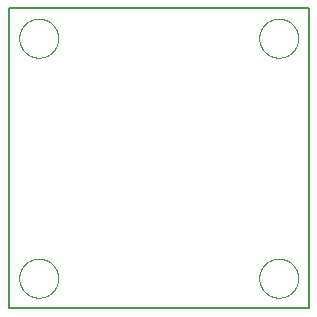
<source format=gko>
G75*
%MOIN*%
%OFA0B0*%
%FSLAX25Y25*%
%IPPOS*%
%LPD*%
%AMOC8*
5,1,8,0,0,1.08239X$1,22.5*
%
%ADD10C,0.00800*%
%ADD11C,0.00000*%
D10*
X0153333Y0045000D02*
X0153333Y0145000D01*
X0253333Y0145000D01*
X0253333Y0045000D01*
X0153333Y0045000D01*
D11*
X0156833Y0055000D02*
X0156835Y0055161D01*
X0156841Y0055321D01*
X0156851Y0055482D01*
X0156865Y0055642D01*
X0156883Y0055802D01*
X0156904Y0055961D01*
X0156930Y0056120D01*
X0156960Y0056278D01*
X0156993Y0056435D01*
X0157031Y0056592D01*
X0157072Y0056747D01*
X0157117Y0056901D01*
X0157166Y0057054D01*
X0157219Y0057206D01*
X0157275Y0057357D01*
X0157336Y0057506D01*
X0157399Y0057654D01*
X0157467Y0057800D01*
X0157538Y0057944D01*
X0157612Y0058086D01*
X0157690Y0058227D01*
X0157772Y0058365D01*
X0157857Y0058502D01*
X0157945Y0058636D01*
X0158037Y0058768D01*
X0158132Y0058898D01*
X0158230Y0059026D01*
X0158331Y0059151D01*
X0158435Y0059273D01*
X0158542Y0059393D01*
X0158652Y0059510D01*
X0158765Y0059625D01*
X0158881Y0059736D01*
X0159000Y0059845D01*
X0159121Y0059950D01*
X0159245Y0060053D01*
X0159371Y0060153D01*
X0159499Y0060249D01*
X0159630Y0060342D01*
X0159764Y0060432D01*
X0159899Y0060519D01*
X0160037Y0060602D01*
X0160176Y0060682D01*
X0160318Y0060758D01*
X0160461Y0060831D01*
X0160606Y0060900D01*
X0160753Y0060966D01*
X0160901Y0061028D01*
X0161051Y0061086D01*
X0161202Y0061141D01*
X0161355Y0061192D01*
X0161509Y0061239D01*
X0161664Y0061282D01*
X0161820Y0061321D01*
X0161976Y0061357D01*
X0162134Y0061388D01*
X0162292Y0061416D01*
X0162451Y0061440D01*
X0162611Y0061460D01*
X0162771Y0061476D01*
X0162931Y0061488D01*
X0163092Y0061496D01*
X0163253Y0061500D01*
X0163413Y0061500D01*
X0163574Y0061496D01*
X0163735Y0061488D01*
X0163895Y0061476D01*
X0164055Y0061460D01*
X0164215Y0061440D01*
X0164374Y0061416D01*
X0164532Y0061388D01*
X0164690Y0061357D01*
X0164846Y0061321D01*
X0165002Y0061282D01*
X0165157Y0061239D01*
X0165311Y0061192D01*
X0165464Y0061141D01*
X0165615Y0061086D01*
X0165765Y0061028D01*
X0165913Y0060966D01*
X0166060Y0060900D01*
X0166205Y0060831D01*
X0166348Y0060758D01*
X0166490Y0060682D01*
X0166629Y0060602D01*
X0166767Y0060519D01*
X0166902Y0060432D01*
X0167036Y0060342D01*
X0167167Y0060249D01*
X0167295Y0060153D01*
X0167421Y0060053D01*
X0167545Y0059950D01*
X0167666Y0059845D01*
X0167785Y0059736D01*
X0167901Y0059625D01*
X0168014Y0059510D01*
X0168124Y0059393D01*
X0168231Y0059273D01*
X0168335Y0059151D01*
X0168436Y0059026D01*
X0168534Y0058898D01*
X0168629Y0058768D01*
X0168721Y0058636D01*
X0168809Y0058502D01*
X0168894Y0058365D01*
X0168976Y0058227D01*
X0169054Y0058086D01*
X0169128Y0057944D01*
X0169199Y0057800D01*
X0169267Y0057654D01*
X0169330Y0057506D01*
X0169391Y0057357D01*
X0169447Y0057206D01*
X0169500Y0057054D01*
X0169549Y0056901D01*
X0169594Y0056747D01*
X0169635Y0056592D01*
X0169673Y0056435D01*
X0169706Y0056278D01*
X0169736Y0056120D01*
X0169762Y0055961D01*
X0169783Y0055802D01*
X0169801Y0055642D01*
X0169815Y0055482D01*
X0169825Y0055321D01*
X0169831Y0055161D01*
X0169833Y0055000D01*
X0169831Y0054839D01*
X0169825Y0054679D01*
X0169815Y0054518D01*
X0169801Y0054358D01*
X0169783Y0054198D01*
X0169762Y0054039D01*
X0169736Y0053880D01*
X0169706Y0053722D01*
X0169673Y0053565D01*
X0169635Y0053408D01*
X0169594Y0053253D01*
X0169549Y0053099D01*
X0169500Y0052946D01*
X0169447Y0052794D01*
X0169391Y0052643D01*
X0169330Y0052494D01*
X0169267Y0052346D01*
X0169199Y0052200D01*
X0169128Y0052056D01*
X0169054Y0051914D01*
X0168976Y0051773D01*
X0168894Y0051635D01*
X0168809Y0051498D01*
X0168721Y0051364D01*
X0168629Y0051232D01*
X0168534Y0051102D01*
X0168436Y0050974D01*
X0168335Y0050849D01*
X0168231Y0050727D01*
X0168124Y0050607D01*
X0168014Y0050490D01*
X0167901Y0050375D01*
X0167785Y0050264D01*
X0167666Y0050155D01*
X0167545Y0050050D01*
X0167421Y0049947D01*
X0167295Y0049847D01*
X0167167Y0049751D01*
X0167036Y0049658D01*
X0166902Y0049568D01*
X0166767Y0049481D01*
X0166629Y0049398D01*
X0166490Y0049318D01*
X0166348Y0049242D01*
X0166205Y0049169D01*
X0166060Y0049100D01*
X0165913Y0049034D01*
X0165765Y0048972D01*
X0165615Y0048914D01*
X0165464Y0048859D01*
X0165311Y0048808D01*
X0165157Y0048761D01*
X0165002Y0048718D01*
X0164846Y0048679D01*
X0164690Y0048643D01*
X0164532Y0048612D01*
X0164374Y0048584D01*
X0164215Y0048560D01*
X0164055Y0048540D01*
X0163895Y0048524D01*
X0163735Y0048512D01*
X0163574Y0048504D01*
X0163413Y0048500D01*
X0163253Y0048500D01*
X0163092Y0048504D01*
X0162931Y0048512D01*
X0162771Y0048524D01*
X0162611Y0048540D01*
X0162451Y0048560D01*
X0162292Y0048584D01*
X0162134Y0048612D01*
X0161976Y0048643D01*
X0161820Y0048679D01*
X0161664Y0048718D01*
X0161509Y0048761D01*
X0161355Y0048808D01*
X0161202Y0048859D01*
X0161051Y0048914D01*
X0160901Y0048972D01*
X0160753Y0049034D01*
X0160606Y0049100D01*
X0160461Y0049169D01*
X0160318Y0049242D01*
X0160176Y0049318D01*
X0160037Y0049398D01*
X0159899Y0049481D01*
X0159764Y0049568D01*
X0159630Y0049658D01*
X0159499Y0049751D01*
X0159371Y0049847D01*
X0159245Y0049947D01*
X0159121Y0050050D01*
X0159000Y0050155D01*
X0158881Y0050264D01*
X0158765Y0050375D01*
X0158652Y0050490D01*
X0158542Y0050607D01*
X0158435Y0050727D01*
X0158331Y0050849D01*
X0158230Y0050974D01*
X0158132Y0051102D01*
X0158037Y0051232D01*
X0157945Y0051364D01*
X0157857Y0051498D01*
X0157772Y0051635D01*
X0157690Y0051773D01*
X0157612Y0051914D01*
X0157538Y0052056D01*
X0157467Y0052200D01*
X0157399Y0052346D01*
X0157336Y0052494D01*
X0157275Y0052643D01*
X0157219Y0052794D01*
X0157166Y0052946D01*
X0157117Y0053099D01*
X0157072Y0053253D01*
X0157031Y0053408D01*
X0156993Y0053565D01*
X0156960Y0053722D01*
X0156930Y0053880D01*
X0156904Y0054039D01*
X0156883Y0054198D01*
X0156865Y0054358D01*
X0156851Y0054518D01*
X0156841Y0054679D01*
X0156835Y0054839D01*
X0156833Y0055000D01*
X0236833Y0055000D02*
X0236835Y0055161D01*
X0236841Y0055321D01*
X0236851Y0055482D01*
X0236865Y0055642D01*
X0236883Y0055802D01*
X0236904Y0055961D01*
X0236930Y0056120D01*
X0236960Y0056278D01*
X0236993Y0056435D01*
X0237031Y0056592D01*
X0237072Y0056747D01*
X0237117Y0056901D01*
X0237166Y0057054D01*
X0237219Y0057206D01*
X0237275Y0057357D01*
X0237336Y0057506D01*
X0237399Y0057654D01*
X0237467Y0057800D01*
X0237538Y0057944D01*
X0237612Y0058086D01*
X0237690Y0058227D01*
X0237772Y0058365D01*
X0237857Y0058502D01*
X0237945Y0058636D01*
X0238037Y0058768D01*
X0238132Y0058898D01*
X0238230Y0059026D01*
X0238331Y0059151D01*
X0238435Y0059273D01*
X0238542Y0059393D01*
X0238652Y0059510D01*
X0238765Y0059625D01*
X0238881Y0059736D01*
X0239000Y0059845D01*
X0239121Y0059950D01*
X0239245Y0060053D01*
X0239371Y0060153D01*
X0239499Y0060249D01*
X0239630Y0060342D01*
X0239764Y0060432D01*
X0239899Y0060519D01*
X0240037Y0060602D01*
X0240176Y0060682D01*
X0240318Y0060758D01*
X0240461Y0060831D01*
X0240606Y0060900D01*
X0240753Y0060966D01*
X0240901Y0061028D01*
X0241051Y0061086D01*
X0241202Y0061141D01*
X0241355Y0061192D01*
X0241509Y0061239D01*
X0241664Y0061282D01*
X0241820Y0061321D01*
X0241976Y0061357D01*
X0242134Y0061388D01*
X0242292Y0061416D01*
X0242451Y0061440D01*
X0242611Y0061460D01*
X0242771Y0061476D01*
X0242931Y0061488D01*
X0243092Y0061496D01*
X0243253Y0061500D01*
X0243413Y0061500D01*
X0243574Y0061496D01*
X0243735Y0061488D01*
X0243895Y0061476D01*
X0244055Y0061460D01*
X0244215Y0061440D01*
X0244374Y0061416D01*
X0244532Y0061388D01*
X0244690Y0061357D01*
X0244846Y0061321D01*
X0245002Y0061282D01*
X0245157Y0061239D01*
X0245311Y0061192D01*
X0245464Y0061141D01*
X0245615Y0061086D01*
X0245765Y0061028D01*
X0245913Y0060966D01*
X0246060Y0060900D01*
X0246205Y0060831D01*
X0246348Y0060758D01*
X0246490Y0060682D01*
X0246629Y0060602D01*
X0246767Y0060519D01*
X0246902Y0060432D01*
X0247036Y0060342D01*
X0247167Y0060249D01*
X0247295Y0060153D01*
X0247421Y0060053D01*
X0247545Y0059950D01*
X0247666Y0059845D01*
X0247785Y0059736D01*
X0247901Y0059625D01*
X0248014Y0059510D01*
X0248124Y0059393D01*
X0248231Y0059273D01*
X0248335Y0059151D01*
X0248436Y0059026D01*
X0248534Y0058898D01*
X0248629Y0058768D01*
X0248721Y0058636D01*
X0248809Y0058502D01*
X0248894Y0058365D01*
X0248976Y0058227D01*
X0249054Y0058086D01*
X0249128Y0057944D01*
X0249199Y0057800D01*
X0249267Y0057654D01*
X0249330Y0057506D01*
X0249391Y0057357D01*
X0249447Y0057206D01*
X0249500Y0057054D01*
X0249549Y0056901D01*
X0249594Y0056747D01*
X0249635Y0056592D01*
X0249673Y0056435D01*
X0249706Y0056278D01*
X0249736Y0056120D01*
X0249762Y0055961D01*
X0249783Y0055802D01*
X0249801Y0055642D01*
X0249815Y0055482D01*
X0249825Y0055321D01*
X0249831Y0055161D01*
X0249833Y0055000D01*
X0249831Y0054839D01*
X0249825Y0054679D01*
X0249815Y0054518D01*
X0249801Y0054358D01*
X0249783Y0054198D01*
X0249762Y0054039D01*
X0249736Y0053880D01*
X0249706Y0053722D01*
X0249673Y0053565D01*
X0249635Y0053408D01*
X0249594Y0053253D01*
X0249549Y0053099D01*
X0249500Y0052946D01*
X0249447Y0052794D01*
X0249391Y0052643D01*
X0249330Y0052494D01*
X0249267Y0052346D01*
X0249199Y0052200D01*
X0249128Y0052056D01*
X0249054Y0051914D01*
X0248976Y0051773D01*
X0248894Y0051635D01*
X0248809Y0051498D01*
X0248721Y0051364D01*
X0248629Y0051232D01*
X0248534Y0051102D01*
X0248436Y0050974D01*
X0248335Y0050849D01*
X0248231Y0050727D01*
X0248124Y0050607D01*
X0248014Y0050490D01*
X0247901Y0050375D01*
X0247785Y0050264D01*
X0247666Y0050155D01*
X0247545Y0050050D01*
X0247421Y0049947D01*
X0247295Y0049847D01*
X0247167Y0049751D01*
X0247036Y0049658D01*
X0246902Y0049568D01*
X0246767Y0049481D01*
X0246629Y0049398D01*
X0246490Y0049318D01*
X0246348Y0049242D01*
X0246205Y0049169D01*
X0246060Y0049100D01*
X0245913Y0049034D01*
X0245765Y0048972D01*
X0245615Y0048914D01*
X0245464Y0048859D01*
X0245311Y0048808D01*
X0245157Y0048761D01*
X0245002Y0048718D01*
X0244846Y0048679D01*
X0244690Y0048643D01*
X0244532Y0048612D01*
X0244374Y0048584D01*
X0244215Y0048560D01*
X0244055Y0048540D01*
X0243895Y0048524D01*
X0243735Y0048512D01*
X0243574Y0048504D01*
X0243413Y0048500D01*
X0243253Y0048500D01*
X0243092Y0048504D01*
X0242931Y0048512D01*
X0242771Y0048524D01*
X0242611Y0048540D01*
X0242451Y0048560D01*
X0242292Y0048584D01*
X0242134Y0048612D01*
X0241976Y0048643D01*
X0241820Y0048679D01*
X0241664Y0048718D01*
X0241509Y0048761D01*
X0241355Y0048808D01*
X0241202Y0048859D01*
X0241051Y0048914D01*
X0240901Y0048972D01*
X0240753Y0049034D01*
X0240606Y0049100D01*
X0240461Y0049169D01*
X0240318Y0049242D01*
X0240176Y0049318D01*
X0240037Y0049398D01*
X0239899Y0049481D01*
X0239764Y0049568D01*
X0239630Y0049658D01*
X0239499Y0049751D01*
X0239371Y0049847D01*
X0239245Y0049947D01*
X0239121Y0050050D01*
X0239000Y0050155D01*
X0238881Y0050264D01*
X0238765Y0050375D01*
X0238652Y0050490D01*
X0238542Y0050607D01*
X0238435Y0050727D01*
X0238331Y0050849D01*
X0238230Y0050974D01*
X0238132Y0051102D01*
X0238037Y0051232D01*
X0237945Y0051364D01*
X0237857Y0051498D01*
X0237772Y0051635D01*
X0237690Y0051773D01*
X0237612Y0051914D01*
X0237538Y0052056D01*
X0237467Y0052200D01*
X0237399Y0052346D01*
X0237336Y0052494D01*
X0237275Y0052643D01*
X0237219Y0052794D01*
X0237166Y0052946D01*
X0237117Y0053099D01*
X0237072Y0053253D01*
X0237031Y0053408D01*
X0236993Y0053565D01*
X0236960Y0053722D01*
X0236930Y0053880D01*
X0236904Y0054039D01*
X0236883Y0054198D01*
X0236865Y0054358D01*
X0236851Y0054518D01*
X0236841Y0054679D01*
X0236835Y0054839D01*
X0236833Y0055000D01*
X0236833Y0135000D02*
X0236835Y0135161D01*
X0236841Y0135321D01*
X0236851Y0135482D01*
X0236865Y0135642D01*
X0236883Y0135802D01*
X0236904Y0135961D01*
X0236930Y0136120D01*
X0236960Y0136278D01*
X0236993Y0136435D01*
X0237031Y0136592D01*
X0237072Y0136747D01*
X0237117Y0136901D01*
X0237166Y0137054D01*
X0237219Y0137206D01*
X0237275Y0137357D01*
X0237336Y0137506D01*
X0237399Y0137654D01*
X0237467Y0137800D01*
X0237538Y0137944D01*
X0237612Y0138086D01*
X0237690Y0138227D01*
X0237772Y0138365D01*
X0237857Y0138502D01*
X0237945Y0138636D01*
X0238037Y0138768D01*
X0238132Y0138898D01*
X0238230Y0139026D01*
X0238331Y0139151D01*
X0238435Y0139273D01*
X0238542Y0139393D01*
X0238652Y0139510D01*
X0238765Y0139625D01*
X0238881Y0139736D01*
X0239000Y0139845D01*
X0239121Y0139950D01*
X0239245Y0140053D01*
X0239371Y0140153D01*
X0239499Y0140249D01*
X0239630Y0140342D01*
X0239764Y0140432D01*
X0239899Y0140519D01*
X0240037Y0140602D01*
X0240176Y0140682D01*
X0240318Y0140758D01*
X0240461Y0140831D01*
X0240606Y0140900D01*
X0240753Y0140966D01*
X0240901Y0141028D01*
X0241051Y0141086D01*
X0241202Y0141141D01*
X0241355Y0141192D01*
X0241509Y0141239D01*
X0241664Y0141282D01*
X0241820Y0141321D01*
X0241976Y0141357D01*
X0242134Y0141388D01*
X0242292Y0141416D01*
X0242451Y0141440D01*
X0242611Y0141460D01*
X0242771Y0141476D01*
X0242931Y0141488D01*
X0243092Y0141496D01*
X0243253Y0141500D01*
X0243413Y0141500D01*
X0243574Y0141496D01*
X0243735Y0141488D01*
X0243895Y0141476D01*
X0244055Y0141460D01*
X0244215Y0141440D01*
X0244374Y0141416D01*
X0244532Y0141388D01*
X0244690Y0141357D01*
X0244846Y0141321D01*
X0245002Y0141282D01*
X0245157Y0141239D01*
X0245311Y0141192D01*
X0245464Y0141141D01*
X0245615Y0141086D01*
X0245765Y0141028D01*
X0245913Y0140966D01*
X0246060Y0140900D01*
X0246205Y0140831D01*
X0246348Y0140758D01*
X0246490Y0140682D01*
X0246629Y0140602D01*
X0246767Y0140519D01*
X0246902Y0140432D01*
X0247036Y0140342D01*
X0247167Y0140249D01*
X0247295Y0140153D01*
X0247421Y0140053D01*
X0247545Y0139950D01*
X0247666Y0139845D01*
X0247785Y0139736D01*
X0247901Y0139625D01*
X0248014Y0139510D01*
X0248124Y0139393D01*
X0248231Y0139273D01*
X0248335Y0139151D01*
X0248436Y0139026D01*
X0248534Y0138898D01*
X0248629Y0138768D01*
X0248721Y0138636D01*
X0248809Y0138502D01*
X0248894Y0138365D01*
X0248976Y0138227D01*
X0249054Y0138086D01*
X0249128Y0137944D01*
X0249199Y0137800D01*
X0249267Y0137654D01*
X0249330Y0137506D01*
X0249391Y0137357D01*
X0249447Y0137206D01*
X0249500Y0137054D01*
X0249549Y0136901D01*
X0249594Y0136747D01*
X0249635Y0136592D01*
X0249673Y0136435D01*
X0249706Y0136278D01*
X0249736Y0136120D01*
X0249762Y0135961D01*
X0249783Y0135802D01*
X0249801Y0135642D01*
X0249815Y0135482D01*
X0249825Y0135321D01*
X0249831Y0135161D01*
X0249833Y0135000D01*
X0249831Y0134839D01*
X0249825Y0134679D01*
X0249815Y0134518D01*
X0249801Y0134358D01*
X0249783Y0134198D01*
X0249762Y0134039D01*
X0249736Y0133880D01*
X0249706Y0133722D01*
X0249673Y0133565D01*
X0249635Y0133408D01*
X0249594Y0133253D01*
X0249549Y0133099D01*
X0249500Y0132946D01*
X0249447Y0132794D01*
X0249391Y0132643D01*
X0249330Y0132494D01*
X0249267Y0132346D01*
X0249199Y0132200D01*
X0249128Y0132056D01*
X0249054Y0131914D01*
X0248976Y0131773D01*
X0248894Y0131635D01*
X0248809Y0131498D01*
X0248721Y0131364D01*
X0248629Y0131232D01*
X0248534Y0131102D01*
X0248436Y0130974D01*
X0248335Y0130849D01*
X0248231Y0130727D01*
X0248124Y0130607D01*
X0248014Y0130490D01*
X0247901Y0130375D01*
X0247785Y0130264D01*
X0247666Y0130155D01*
X0247545Y0130050D01*
X0247421Y0129947D01*
X0247295Y0129847D01*
X0247167Y0129751D01*
X0247036Y0129658D01*
X0246902Y0129568D01*
X0246767Y0129481D01*
X0246629Y0129398D01*
X0246490Y0129318D01*
X0246348Y0129242D01*
X0246205Y0129169D01*
X0246060Y0129100D01*
X0245913Y0129034D01*
X0245765Y0128972D01*
X0245615Y0128914D01*
X0245464Y0128859D01*
X0245311Y0128808D01*
X0245157Y0128761D01*
X0245002Y0128718D01*
X0244846Y0128679D01*
X0244690Y0128643D01*
X0244532Y0128612D01*
X0244374Y0128584D01*
X0244215Y0128560D01*
X0244055Y0128540D01*
X0243895Y0128524D01*
X0243735Y0128512D01*
X0243574Y0128504D01*
X0243413Y0128500D01*
X0243253Y0128500D01*
X0243092Y0128504D01*
X0242931Y0128512D01*
X0242771Y0128524D01*
X0242611Y0128540D01*
X0242451Y0128560D01*
X0242292Y0128584D01*
X0242134Y0128612D01*
X0241976Y0128643D01*
X0241820Y0128679D01*
X0241664Y0128718D01*
X0241509Y0128761D01*
X0241355Y0128808D01*
X0241202Y0128859D01*
X0241051Y0128914D01*
X0240901Y0128972D01*
X0240753Y0129034D01*
X0240606Y0129100D01*
X0240461Y0129169D01*
X0240318Y0129242D01*
X0240176Y0129318D01*
X0240037Y0129398D01*
X0239899Y0129481D01*
X0239764Y0129568D01*
X0239630Y0129658D01*
X0239499Y0129751D01*
X0239371Y0129847D01*
X0239245Y0129947D01*
X0239121Y0130050D01*
X0239000Y0130155D01*
X0238881Y0130264D01*
X0238765Y0130375D01*
X0238652Y0130490D01*
X0238542Y0130607D01*
X0238435Y0130727D01*
X0238331Y0130849D01*
X0238230Y0130974D01*
X0238132Y0131102D01*
X0238037Y0131232D01*
X0237945Y0131364D01*
X0237857Y0131498D01*
X0237772Y0131635D01*
X0237690Y0131773D01*
X0237612Y0131914D01*
X0237538Y0132056D01*
X0237467Y0132200D01*
X0237399Y0132346D01*
X0237336Y0132494D01*
X0237275Y0132643D01*
X0237219Y0132794D01*
X0237166Y0132946D01*
X0237117Y0133099D01*
X0237072Y0133253D01*
X0237031Y0133408D01*
X0236993Y0133565D01*
X0236960Y0133722D01*
X0236930Y0133880D01*
X0236904Y0134039D01*
X0236883Y0134198D01*
X0236865Y0134358D01*
X0236851Y0134518D01*
X0236841Y0134679D01*
X0236835Y0134839D01*
X0236833Y0135000D01*
X0156833Y0135000D02*
X0156835Y0135161D01*
X0156841Y0135321D01*
X0156851Y0135482D01*
X0156865Y0135642D01*
X0156883Y0135802D01*
X0156904Y0135961D01*
X0156930Y0136120D01*
X0156960Y0136278D01*
X0156993Y0136435D01*
X0157031Y0136592D01*
X0157072Y0136747D01*
X0157117Y0136901D01*
X0157166Y0137054D01*
X0157219Y0137206D01*
X0157275Y0137357D01*
X0157336Y0137506D01*
X0157399Y0137654D01*
X0157467Y0137800D01*
X0157538Y0137944D01*
X0157612Y0138086D01*
X0157690Y0138227D01*
X0157772Y0138365D01*
X0157857Y0138502D01*
X0157945Y0138636D01*
X0158037Y0138768D01*
X0158132Y0138898D01*
X0158230Y0139026D01*
X0158331Y0139151D01*
X0158435Y0139273D01*
X0158542Y0139393D01*
X0158652Y0139510D01*
X0158765Y0139625D01*
X0158881Y0139736D01*
X0159000Y0139845D01*
X0159121Y0139950D01*
X0159245Y0140053D01*
X0159371Y0140153D01*
X0159499Y0140249D01*
X0159630Y0140342D01*
X0159764Y0140432D01*
X0159899Y0140519D01*
X0160037Y0140602D01*
X0160176Y0140682D01*
X0160318Y0140758D01*
X0160461Y0140831D01*
X0160606Y0140900D01*
X0160753Y0140966D01*
X0160901Y0141028D01*
X0161051Y0141086D01*
X0161202Y0141141D01*
X0161355Y0141192D01*
X0161509Y0141239D01*
X0161664Y0141282D01*
X0161820Y0141321D01*
X0161976Y0141357D01*
X0162134Y0141388D01*
X0162292Y0141416D01*
X0162451Y0141440D01*
X0162611Y0141460D01*
X0162771Y0141476D01*
X0162931Y0141488D01*
X0163092Y0141496D01*
X0163253Y0141500D01*
X0163413Y0141500D01*
X0163574Y0141496D01*
X0163735Y0141488D01*
X0163895Y0141476D01*
X0164055Y0141460D01*
X0164215Y0141440D01*
X0164374Y0141416D01*
X0164532Y0141388D01*
X0164690Y0141357D01*
X0164846Y0141321D01*
X0165002Y0141282D01*
X0165157Y0141239D01*
X0165311Y0141192D01*
X0165464Y0141141D01*
X0165615Y0141086D01*
X0165765Y0141028D01*
X0165913Y0140966D01*
X0166060Y0140900D01*
X0166205Y0140831D01*
X0166348Y0140758D01*
X0166490Y0140682D01*
X0166629Y0140602D01*
X0166767Y0140519D01*
X0166902Y0140432D01*
X0167036Y0140342D01*
X0167167Y0140249D01*
X0167295Y0140153D01*
X0167421Y0140053D01*
X0167545Y0139950D01*
X0167666Y0139845D01*
X0167785Y0139736D01*
X0167901Y0139625D01*
X0168014Y0139510D01*
X0168124Y0139393D01*
X0168231Y0139273D01*
X0168335Y0139151D01*
X0168436Y0139026D01*
X0168534Y0138898D01*
X0168629Y0138768D01*
X0168721Y0138636D01*
X0168809Y0138502D01*
X0168894Y0138365D01*
X0168976Y0138227D01*
X0169054Y0138086D01*
X0169128Y0137944D01*
X0169199Y0137800D01*
X0169267Y0137654D01*
X0169330Y0137506D01*
X0169391Y0137357D01*
X0169447Y0137206D01*
X0169500Y0137054D01*
X0169549Y0136901D01*
X0169594Y0136747D01*
X0169635Y0136592D01*
X0169673Y0136435D01*
X0169706Y0136278D01*
X0169736Y0136120D01*
X0169762Y0135961D01*
X0169783Y0135802D01*
X0169801Y0135642D01*
X0169815Y0135482D01*
X0169825Y0135321D01*
X0169831Y0135161D01*
X0169833Y0135000D01*
X0169831Y0134839D01*
X0169825Y0134679D01*
X0169815Y0134518D01*
X0169801Y0134358D01*
X0169783Y0134198D01*
X0169762Y0134039D01*
X0169736Y0133880D01*
X0169706Y0133722D01*
X0169673Y0133565D01*
X0169635Y0133408D01*
X0169594Y0133253D01*
X0169549Y0133099D01*
X0169500Y0132946D01*
X0169447Y0132794D01*
X0169391Y0132643D01*
X0169330Y0132494D01*
X0169267Y0132346D01*
X0169199Y0132200D01*
X0169128Y0132056D01*
X0169054Y0131914D01*
X0168976Y0131773D01*
X0168894Y0131635D01*
X0168809Y0131498D01*
X0168721Y0131364D01*
X0168629Y0131232D01*
X0168534Y0131102D01*
X0168436Y0130974D01*
X0168335Y0130849D01*
X0168231Y0130727D01*
X0168124Y0130607D01*
X0168014Y0130490D01*
X0167901Y0130375D01*
X0167785Y0130264D01*
X0167666Y0130155D01*
X0167545Y0130050D01*
X0167421Y0129947D01*
X0167295Y0129847D01*
X0167167Y0129751D01*
X0167036Y0129658D01*
X0166902Y0129568D01*
X0166767Y0129481D01*
X0166629Y0129398D01*
X0166490Y0129318D01*
X0166348Y0129242D01*
X0166205Y0129169D01*
X0166060Y0129100D01*
X0165913Y0129034D01*
X0165765Y0128972D01*
X0165615Y0128914D01*
X0165464Y0128859D01*
X0165311Y0128808D01*
X0165157Y0128761D01*
X0165002Y0128718D01*
X0164846Y0128679D01*
X0164690Y0128643D01*
X0164532Y0128612D01*
X0164374Y0128584D01*
X0164215Y0128560D01*
X0164055Y0128540D01*
X0163895Y0128524D01*
X0163735Y0128512D01*
X0163574Y0128504D01*
X0163413Y0128500D01*
X0163253Y0128500D01*
X0163092Y0128504D01*
X0162931Y0128512D01*
X0162771Y0128524D01*
X0162611Y0128540D01*
X0162451Y0128560D01*
X0162292Y0128584D01*
X0162134Y0128612D01*
X0161976Y0128643D01*
X0161820Y0128679D01*
X0161664Y0128718D01*
X0161509Y0128761D01*
X0161355Y0128808D01*
X0161202Y0128859D01*
X0161051Y0128914D01*
X0160901Y0128972D01*
X0160753Y0129034D01*
X0160606Y0129100D01*
X0160461Y0129169D01*
X0160318Y0129242D01*
X0160176Y0129318D01*
X0160037Y0129398D01*
X0159899Y0129481D01*
X0159764Y0129568D01*
X0159630Y0129658D01*
X0159499Y0129751D01*
X0159371Y0129847D01*
X0159245Y0129947D01*
X0159121Y0130050D01*
X0159000Y0130155D01*
X0158881Y0130264D01*
X0158765Y0130375D01*
X0158652Y0130490D01*
X0158542Y0130607D01*
X0158435Y0130727D01*
X0158331Y0130849D01*
X0158230Y0130974D01*
X0158132Y0131102D01*
X0158037Y0131232D01*
X0157945Y0131364D01*
X0157857Y0131498D01*
X0157772Y0131635D01*
X0157690Y0131773D01*
X0157612Y0131914D01*
X0157538Y0132056D01*
X0157467Y0132200D01*
X0157399Y0132346D01*
X0157336Y0132494D01*
X0157275Y0132643D01*
X0157219Y0132794D01*
X0157166Y0132946D01*
X0157117Y0133099D01*
X0157072Y0133253D01*
X0157031Y0133408D01*
X0156993Y0133565D01*
X0156960Y0133722D01*
X0156930Y0133880D01*
X0156904Y0134039D01*
X0156883Y0134198D01*
X0156865Y0134358D01*
X0156851Y0134518D01*
X0156841Y0134679D01*
X0156835Y0134839D01*
X0156833Y0135000D01*
M02*

</source>
